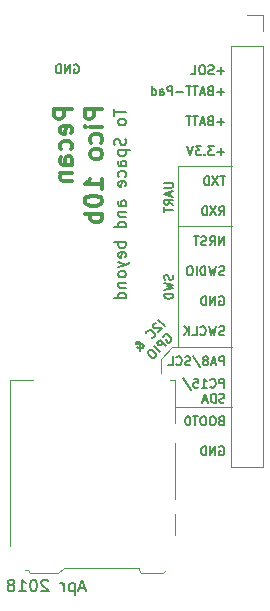
<source format=gbo>
G04 #@! TF.FileFunction,Legend,Bot*
%FSLAX46Y46*%
G04 Gerber Fmt 4.6, Leading zero omitted, Abs format (unit mm)*
G04 Created by KiCad (PCBNEW 4.0.6+dfsg1-1) date Sun Apr 29 05:14:28 2018*
%MOMM*%
%LPD*%
G01*
G04 APERTURE LIST*
%ADD10C,0.100000*%
%ADD11C,0.150000*%
%ADD12C,0.300000*%
%ADD13C,0.200000*%
%ADD14C,0.120000*%
G04 APERTURE END LIST*
D10*
D11*
X66365429Y-81511571D02*
X65794000Y-81511571D01*
X66079714Y-81797286D02*
X66079714Y-81225857D01*
X65186858Y-81404429D02*
X65079715Y-81440143D01*
X65044000Y-81475857D01*
X65008286Y-81547286D01*
X65008286Y-81654429D01*
X65044000Y-81725857D01*
X65079715Y-81761571D01*
X65151143Y-81797286D01*
X65436858Y-81797286D01*
X65436858Y-81047286D01*
X65186858Y-81047286D01*
X65115429Y-81083000D01*
X65079715Y-81118714D01*
X65044000Y-81190143D01*
X65044000Y-81261571D01*
X65079715Y-81333000D01*
X65115429Y-81368714D01*
X65186858Y-81404429D01*
X65436858Y-81404429D01*
X64722572Y-81583000D02*
X64365429Y-81583000D01*
X64794000Y-81797286D02*
X64544000Y-81047286D01*
X64294000Y-81797286D01*
X64151143Y-81047286D02*
X63722572Y-81047286D01*
X63936858Y-81797286D02*
X63936858Y-81047286D01*
X63579714Y-81047286D02*
X63151143Y-81047286D01*
X63365429Y-81797286D02*
X63365429Y-81047286D01*
X62901143Y-81511571D02*
X62329714Y-81511571D01*
X61972572Y-81797286D02*
X61972572Y-81047286D01*
X61686857Y-81047286D01*
X61615429Y-81083000D01*
X61579714Y-81118714D01*
X61544000Y-81190143D01*
X61544000Y-81297286D01*
X61579714Y-81368714D01*
X61615429Y-81404429D01*
X61686857Y-81440143D01*
X61972572Y-81440143D01*
X60901143Y-81797286D02*
X60901143Y-81404429D01*
X60936857Y-81333000D01*
X61008286Y-81297286D01*
X61151143Y-81297286D01*
X61222572Y-81333000D01*
X60901143Y-81761571D02*
X60972572Y-81797286D01*
X61151143Y-81797286D01*
X61222572Y-81761571D01*
X61258286Y-81690143D01*
X61258286Y-81618714D01*
X61222572Y-81547286D01*
X61151143Y-81511571D01*
X60972572Y-81511571D01*
X60901143Y-81475857D01*
X60222572Y-81797286D02*
X60222572Y-81047286D01*
X60222572Y-81761571D02*
X60294001Y-81797286D01*
X60436858Y-81797286D01*
X60508286Y-81761571D01*
X60544001Y-81725857D01*
X60579715Y-81654429D01*
X60579715Y-81440143D01*
X60544001Y-81368714D01*
X60508286Y-81333000D01*
X60436858Y-81297286D01*
X60294001Y-81297286D01*
X60222572Y-81333000D01*
X61337164Y-101341097D02*
X60806834Y-100810767D01*
X60630056Y-101088559D02*
X60579549Y-101088559D01*
X60503788Y-101113813D01*
X60377519Y-101240082D01*
X60352264Y-101315843D01*
X60352264Y-101366351D01*
X60377518Y-101442113D01*
X60428025Y-101492620D01*
X60529041Y-101543127D01*
X61135133Y-101543128D01*
X60806833Y-101871428D01*
X60225995Y-102351250D02*
X60276502Y-102351250D01*
X60377518Y-102300743D01*
X60428026Y-102250235D01*
X60478533Y-102149219D01*
X60478533Y-102048205D01*
X60453280Y-101972442D01*
X60377518Y-101846174D01*
X60301757Y-101770412D01*
X60175488Y-101694650D01*
X60099726Y-101669398D01*
X59998711Y-101669397D01*
X59897696Y-101719905D01*
X59847188Y-101770413D01*
X59796680Y-101871428D01*
X59796680Y-101921935D01*
X59215843Y-103462418D02*
X59241096Y-103437165D01*
X59266350Y-103361402D01*
X59266350Y-103209881D01*
X59241096Y-102932088D01*
X59215842Y-102805819D01*
X59165335Y-102704803D01*
X59114828Y-102654296D01*
X59039065Y-102629043D01*
X58963305Y-102654296D01*
X58938051Y-102679550D01*
X58912797Y-102755311D01*
X58938051Y-102831073D01*
X58963305Y-102856326D01*
X59039065Y-102881580D01*
X59089573Y-102881581D01*
X59342112Y-102831073D01*
X59392619Y-102831073D01*
X59468381Y-102856326D01*
X59544143Y-102932088D01*
X59569395Y-103007850D01*
X59569395Y-103058357D01*
X59544142Y-103134119D01*
X59468381Y-103209880D01*
X59392619Y-103235133D01*
X59342112Y-103235133D01*
X59165335Y-103209880D01*
X59064320Y-103159372D01*
X59013812Y-103108865D01*
X61215944Y-102255286D02*
X61241199Y-102179524D01*
X61316960Y-102103762D01*
X61417975Y-102053255D01*
X61518991Y-102053255D01*
X61594752Y-102078508D01*
X61721021Y-102154270D01*
X61796782Y-102230031D01*
X61872544Y-102356300D01*
X61897798Y-102432062D01*
X61897798Y-102533077D01*
X61847290Y-102634093D01*
X61796782Y-102684601D01*
X61695766Y-102735108D01*
X61645259Y-102735108D01*
X61468483Y-102558331D01*
X61569498Y-102457316D01*
X61468483Y-103012900D02*
X60938153Y-102482569D01*
X60736122Y-102684601D01*
X60710869Y-102760361D01*
X60710868Y-102810869D01*
X60736122Y-102886631D01*
X60811884Y-102962392D01*
X60887645Y-102987646D01*
X60938153Y-102987646D01*
X61013914Y-102962392D01*
X61215945Y-102760361D01*
X60938153Y-103543230D02*
X60407823Y-103012900D01*
X60054269Y-103366454D02*
X59953254Y-103467469D01*
X59928000Y-103543230D01*
X59928000Y-103644246D01*
X60003762Y-103770514D01*
X60180538Y-103947291D01*
X60306807Y-104023053D01*
X60407822Y-104023052D01*
X60483584Y-103997799D01*
X60584599Y-103896784D01*
X60609853Y-103821022D01*
X60609853Y-103720006D01*
X60534092Y-103593738D01*
X60357315Y-103416961D01*
X60231046Y-103341199D01*
X60130031Y-103341199D01*
X60054269Y-103366454D01*
D10*
X61000000Y-104100000D02*
X61000000Y-105300000D01*
X67000000Y-108200000D02*
X62300000Y-108200000D01*
X62000000Y-103100000D02*
X61000000Y-104100000D01*
X62500000Y-103100000D02*
X62000000Y-103100000D01*
D11*
X62003571Y-96982143D02*
X62039286Y-97089286D01*
X62039286Y-97267857D01*
X62003571Y-97339286D01*
X61967857Y-97375000D01*
X61896429Y-97410715D01*
X61825000Y-97410715D01*
X61753571Y-97375000D01*
X61717857Y-97339286D01*
X61682143Y-97267857D01*
X61646429Y-97125000D01*
X61610714Y-97053572D01*
X61575000Y-97017857D01*
X61503571Y-96982143D01*
X61432143Y-96982143D01*
X61360714Y-97017857D01*
X61325000Y-97053572D01*
X61289286Y-97125000D01*
X61289286Y-97303572D01*
X61325000Y-97410715D01*
X61289286Y-97660715D02*
X62039286Y-97839286D01*
X61503571Y-97982143D01*
X62039286Y-98125001D01*
X61289286Y-98303572D01*
X62039286Y-98589286D02*
X61289286Y-98589286D01*
X61289286Y-98767858D01*
X61325000Y-98875001D01*
X61396429Y-98946429D01*
X61467857Y-98982144D01*
X61610714Y-99017858D01*
X61717857Y-99017858D01*
X61860714Y-98982144D01*
X61932143Y-98946429D01*
X62003571Y-98875001D01*
X62039286Y-98767858D01*
X62039286Y-98589286D01*
D10*
X62500000Y-103100000D02*
X62500000Y-87800000D01*
X67000000Y-103100000D02*
X62500000Y-103100000D01*
X62500000Y-87800000D02*
X67000000Y-87800000D01*
X67000000Y-92900000D02*
X62500000Y-92900000D01*
D11*
X61289286Y-89203571D02*
X61896429Y-89203571D01*
X61967857Y-89239286D01*
X62003571Y-89275000D01*
X62039286Y-89346429D01*
X62039286Y-89489286D01*
X62003571Y-89560714D01*
X61967857Y-89596429D01*
X61896429Y-89632143D01*
X61289286Y-89632143D01*
X61825000Y-89953571D02*
X61825000Y-90310714D01*
X62039286Y-89882143D02*
X61289286Y-90132143D01*
X62039286Y-90382143D01*
X62039286Y-91060714D02*
X61682143Y-90810714D01*
X62039286Y-90632142D02*
X61289286Y-90632142D01*
X61289286Y-90917857D01*
X61325000Y-90989285D01*
X61360714Y-91025000D01*
X61432143Y-91060714D01*
X61539286Y-91060714D01*
X61610714Y-91025000D01*
X61646429Y-90989285D01*
X61682143Y-90917857D01*
X61682143Y-90632142D01*
X61289286Y-91275000D02*
X61289286Y-91703571D01*
X62039286Y-91489285D02*
X61289286Y-91489285D01*
X65972571Y-111563000D02*
X66044000Y-111527286D01*
X66151143Y-111527286D01*
X66258286Y-111563000D01*
X66329714Y-111634429D01*
X66365429Y-111705857D01*
X66401143Y-111848714D01*
X66401143Y-111955857D01*
X66365429Y-112098714D01*
X66329714Y-112170143D01*
X66258286Y-112241571D01*
X66151143Y-112277286D01*
X66079714Y-112277286D01*
X65972571Y-112241571D01*
X65936857Y-112205857D01*
X65936857Y-111955857D01*
X66079714Y-111955857D01*
X65615429Y-112277286D02*
X65615429Y-111527286D01*
X65186857Y-112277286D01*
X65186857Y-111527286D01*
X64829715Y-112277286D02*
X64829715Y-111527286D01*
X64651143Y-111527286D01*
X64544000Y-111563000D01*
X64472572Y-111634429D01*
X64436857Y-111705857D01*
X64401143Y-111848714D01*
X64401143Y-111955857D01*
X64436857Y-112098714D01*
X64472572Y-112170143D01*
X64544000Y-112241571D01*
X64651143Y-112277286D01*
X64829715Y-112277286D01*
X66115429Y-109344429D02*
X66008286Y-109380143D01*
X65972571Y-109415857D01*
X65936857Y-109487286D01*
X65936857Y-109594429D01*
X65972571Y-109665857D01*
X66008286Y-109701571D01*
X66079714Y-109737286D01*
X66365429Y-109737286D01*
X66365429Y-108987286D01*
X66115429Y-108987286D01*
X66044000Y-109023000D01*
X66008286Y-109058714D01*
X65972571Y-109130143D01*
X65972571Y-109201571D01*
X66008286Y-109273000D01*
X66044000Y-109308714D01*
X66115429Y-109344429D01*
X66365429Y-109344429D01*
X65472571Y-108987286D02*
X65329714Y-108987286D01*
X65258286Y-109023000D01*
X65186857Y-109094429D01*
X65151143Y-109237286D01*
X65151143Y-109487286D01*
X65186857Y-109630143D01*
X65258286Y-109701571D01*
X65329714Y-109737286D01*
X65472571Y-109737286D01*
X65544000Y-109701571D01*
X65615429Y-109630143D01*
X65651143Y-109487286D01*
X65651143Y-109237286D01*
X65615429Y-109094429D01*
X65544000Y-109023000D01*
X65472571Y-108987286D01*
X64686857Y-108987286D02*
X64544000Y-108987286D01*
X64472572Y-109023000D01*
X64401143Y-109094429D01*
X64365429Y-109237286D01*
X64365429Y-109487286D01*
X64401143Y-109630143D01*
X64472572Y-109701571D01*
X64544000Y-109737286D01*
X64686857Y-109737286D01*
X64758286Y-109701571D01*
X64829715Y-109630143D01*
X64865429Y-109487286D01*
X64865429Y-109237286D01*
X64829715Y-109094429D01*
X64758286Y-109023000D01*
X64686857Y-108987286D01*
X64151143Y-108987286D02*
X63722572Y-108987286D01*
X63936858Y-109737286D02*
X63936858Y-108987286D01*
X63329714Y-108987286D02*
X63258286Y-108987286D01*
X63186857Y-109023000D01*
X63151143Y-109058714D01*
X63115429Y-109130143D01*
X63079714Y-109273000D01*
X63079714Y-109451571D01*
X63115429Y-109594429D01*
X63151143Y-109665857D01*
X63186857Y-109701571D01*
X63258286Y-109737286D01*
X63329714Y-109737286D01*
X63401143Y-109701571D01*
X63436857Y-109665857D01*
X63472572Y-109594429D01*
X63508286Y-109451571D01*
X63508286Y-109273000D01*
X63472572Y-109130143D01*
X63436857Y-109058714D01*
X63401143Y-109023000D01*
X63329714Y-108987286D01*
X66365429Y-106559786D02*
X66365429Y-105809786D01*
X66079714Y-105809786D01*
X66008286Y-105845500D01*
X65972571Y-105881214D01*
X65936857Y-105952643D01*
X65936857Y-106059786D01*
X65972571Y-106131214D01*
X66008286Y-106166929D01*
X66079714Y-106202643D01*
X66365429Y-106202643D01*
X65186857Y-106488357D02*
X65222571Y-106524071D01*
X65329714Y-106559786D01*
X65401143Y-106559786D01*
X65508286Y-106524071D01*
X65579714Y-106452643D01*
X65615429Y-106381214D01*
X65651143Y-106238357D01*
X65651143Y-106131214D01*
X65615429Y-105988357D01*
X65579714Y-105916929D01*
X65508286Y-105845500D01*
X65401143Y-105809786D01*
X65329714Y-105809786D01*
X65222571Y-105845500D01*
X65186857Y-105881214D01*
X64472571Y-106559786D02*
X64901143Y-106559786D01*
X64686857Y-106559786D02*
X64686857Y-105809786D01*
X64758286Y-105916929D01*
X64829714Y-105988357D01*
X64901143Y-106024071D01*
X63794000Y-105809786D02*
X64151143Y-105809786D01*
X64186857Y-106166929D01*
X64151143Y-106131214D01*
X64079714Y-106095500D01*
X63901143Y-106095500D01*
X63829714Y-106131214D01*
X63794000Y-106166929D01*
X63758285Y-106238357D01*
X63758285Y-106416929D01*
X63794000Y-106488357D01*
X63829714Y-106524071D01*
X63901143Y-106559786D01*
X64079714Y-106559786D01*
X64151143Y-106524071D01*
X64186857Y-106488357D01*
X62901142Y-105774071D02*
X63543999Y-106738357D01*
X66401143Y-107799071D02*
X66294000Y-107834786D01*
X66115429Y-107834786D01*
X66044000Y-107799071D01*
X66008286Y-107763357D01*
X65972571Y-107691929D01*
X65972571Y-107620500D01*
X66008286Y-107549071D01*
X66044000Y-107513357D01*
X66115429Y-107477643D01*
X66258286Y-107441929D01*
X66329714Y-107406214D01*
X66365429Y-107370500D01*
X66401143Y-107299071D01*
X66401143Y-107227643D01*
X66365429Y-107156214D01*
X66329714Y-107120500D01*
X66258286Y-107084786D01*
X66079714Y-107084786D01*
X65972571Y-107120500D01*
X65651143Y-107834786D02*
X65651143Y-107084786D01*
X65472571Y-107084786D01*
X65365428Y-107120500D01*
X65294000Y-107191929D01*
X65258285Y-107263357D01*
X65222571Y-107406214D01*
X65222571Y-107513357D01*
X65258285Y-107656214D01*
X65294000Y-107727643D01*
X65365428Y-107799071D01*
X65472571Y-107834786D01*
X65651143Y-107834786D01*
X64936857Y-107620500D02*
X64579714Y-107620500D01*
X65008285Y-107834786D02*
X64758285Y-107084786D01*
X64508285Y-107834786D01*
X66365429Y-104657286D02*
X66365429Y-103907286D01*
X66079714Y-103907286D01*
X66008286Y-103943000D01*
X65972571Y-103978714D01*
X65936857Y-104050143D01*
X65936857Y-104157286D01*
X65972571Y-104228714D01*
X66008286Y-104264429D01*
X66079714Y-104300143D01*
X66365429Y-104300143D01*
X65651143Y-104443000D02*
X65294000Y-104443000D01*
X65722571Y-104657286D02*
X65472571Y-103907286D01*
X65222571Y-104657286D01*
X64865429Y-104228714D02*
X64936857Y-104193000D01*
X64972572Y-104157286D01*
X65008286Y-104085857D01*
X65008286Y-104050143D01*
X64972572Y-103978714D01*
X64936857Y-103943000D01*
X64865429Y-103907286D01*
X64722572Y-103907286D01*
X64651143Y-103943000D01*
X64615429Y-103978714D01*
X64579714Y-104050143D01*
X64579714Y-104085857D01*
X64615429Y-104157286D01*
X64651143Y-104193000D01*
X64722572Y-104228714D01*
X64865429Y-104228714D01*
X64936857Y-104264429D01*
X64972572Y-104300143D01*
X65008286Y-104371571D01*
X65008286Y-104514429D01*
X64972572Y-104585857D01*
X64936857Y-104621571D01*
X64865429Y-104657286D01*
X64722572Y-104657286D01*
X64651143Y-104621571D01*
X64615429Y-104585857D01*
X64579714Y-104514429D01*
X64579714Y-104371571D01*
X64615429Y-104300143D01*
X64651143Y-104264429D01*
X64722572Y-104228714D01*
X63722571Y-103871571D02*
X64365428Y-104835857D01*
X63508286Y-104621571D02*
X63401143Y-104657286D01*
X63222572Y-104657286D01*
X63151143Y-104621571D01*
X63115429Y-104585857D01*
X63079714Y-104514429D01*
X63079714Y-104443000D01*
X63115429Y-104371571D01*
X63151143Y-104335857D01*
X63222572Y-104300143D01*
X63365429Y-104264429D01*
X63436857Y-104228714D01*
X63472572Y-104193000D01*
X63508286Y-104121571D01*
X63508286Y-104050143D01*
X63472572Y-103978714D01*
X63436857Y-103943000D01*
X63365429Y-103907286D01*
X63186857Y-103907286D01*
X63079714Y-103943000D01*
X62329714Y-104585857D02*
X62365428Y-104621571D01*
X62472571Y-104657286D01*
X62544000Y-104657286D01*
X62651143Y-104621571D01*
X62722571Y-104550143D01*
X62758286Y-104478714D01*
X62794000Y-104335857D01*
X62794000Y-104228714D01*
X62758286Y-104085857D01*
X62722571Y-104014429D01*
X62651143Y-103943000D01*
X62544000Y-103907286D01*
X62472571Y-103907286D01*
X62365428Y-103943000D01*
X62329714Y-103978714D01*
X61651143Y-104657286D02*
X62008286Y-104657286D01*
X62008286Y-103907286D01*
X66401143Y-102081571D02*
X66294000Y-102117286D01*
X66115429Y-102117286D01*
X66044000Y-102081571D01*
X66008286Y-102045857D01*
X65972571Y-101974429D01*
X65972571Y-101903000D01*
X66008286Y-101831571D01*
X66044000Y-101795857D01*
X66115429Y-101760143D01*
X66258286Y-101724429D01*
X66329714Y-101688714D01*
X66365429Y-101653000D01*
X66401143Y-101581571D01*
X66401143Y-101510143D01*
X66365429Y-101438714D01*
X66329714Y-101403000D01*
X66258286Y-101367286D01*
X66079714Y-101367286D01*
X65972571Y-101403000D01*
X65722571Y-101367286D02*
X65544000Y-102117286D01*
X65401143Y-101581571D01*
X65258285Y-102117286D01*
X65079714Y-101367286D01*
X64365428Y-102045857D02*
X64401142Y-102081571D01*
X64508285Y-102117286D01*
X64579714Y-102117286D01*
X64686857Y-102081571D01*
X64758285Y-102010143D01*
X64794000Y-101938714D01*
X64829714Y-101795857D01*
X64829714Y-101688714D01*
X64794000Y-101545857D01*
X64758285Y-101474429D01*
X64686857Y-101403000D01*
X64579714Y-101367286D01*
X64508285Y-101367286D01*
X64401142Y-101403000D01*
X64365428Y-101438714D01*
X63686857Y-102117286D02*
X64044000Y-102117286D01*
X64044000Y-101367286D01*
X63436857Y-102117286D02*
X63436857Y-101367286D01*
X63008285Y-102117286D02*
X63329714Y-101688714D01*
X63008285Y-101367286D02*
X63436857Y-101795857D01*
X65972571Y-98863000D02*
X66044000Y-98827286D01*
X66151143Y-98827286D01*
X66258286Y-98863000D01*
X66329714Y-98934429D01*
X66365429Y-99005857D01*
X66401143Y-99148714D01*
X66401143Y-99255857D01*
X66365429Y-99398714D01*
X66329714Y-99470143D01*
X66258286Y-99541571D01*
X66151143Y-99577286D01*
X66079714Y-99577286D01*
X65972571Y-99541571D01*
X65936857Y-99505857D01*
X65936857Y-99255857D01*
X66079714Y-99255857D01*
X65615429Y-99577286D02*
X65615429Y-98827286D01*
X65186857Y-99577286D01*
X65186857Y-98827286D01*
X64829715Y-99577286D02*
X64829715Y-98827286D01*
X64651143Y-98827286D01*
X64544000Y-98863000D01*
X64472572Y-98934429D01*
X64436857Y-99005857D01*
X64401143Y-99148714D01*
X64401143Y-99255857D01*
X64436857Y-99398714D01*
X64472572Y-99470143D01*
X64544000Y-99541571D01*
X64651143Y-99577286D01*
X64829715Y-99577286D01*
X66401143Y-97001571D02*
X66294000Y-97037286D01*
X66115429Y-97037286D01*
X66044000Y-97001571D01*
X66008286Y-96965857D01*
X65972571Y-96894429D01*
X65972571Y-96823000D01*
X66008286Y-96751571D01*
X66044000Y-96715857D01*
X66115429Y-96680143D01*
X66258286Y-96644429D01*
X66329714Y-96608714D01*
X66365429Y-96573000D01*
X66401143Y-96501571D01*
X66401143Y-96430143D01*
X66365429Y-96358714D01*
X66329714Y-96323000D01*
X66258286Y-96287286D01*
X66079714Y-96287286D01*
X65972571Y-96323000D01*
X65722571Y-96287286D02*
X65544000Y-97037286D01*
X65401143Y-96501571D01*
X65258285Y-97037286D01*
X65079714Y-96287286D01*
X64794000Y-97037286D02*
X64794000Y-96287286D01*
X64615428Y-96287286D01*
X64508285Y-96323000D01*
X64436857Y-96394429D01*
X64401142Y-96465857D01*
X64365428Y-96608714D01*
X64365428Y-96715857D01*
X64401142Y-96858714D01*
X64436857Y-96930143D01*
X64508285Y-97001571D01*
X64615428Y-97037286D01*
X64794000Y-97037286D01*
X64044000Y-97037286D02*
X64044000Y-96287286D01*
X63543999Y-96287286D02*
X63401142Y-96287286D01*
X63329714Y-96323000D01*
X63258285Y-96394429D01*
X63222571Y-96537286D01*
X63222571Y-96787286D01*
X63258285Y-96930143D01*
X63329714Y-97001571D01*
X63401142Y-97037286D01*
X63543999Y-97037286D01*
X63615428Y-97001571D01*
X63686857Y-96930143D01*
X63722571Y-96787286D01*
X63722571Y-96537286D01*
X63686857Y-96394429D01*
X63615428Y-96323000D01*
X63543999Y-96287286D01*
X66365429Y-94497286D02*
X66365429Y-93747286D01*
X65936857Y-94497286D01*
X65936857Y-93747286D01*
X65151143Y-94497286D02*
X65401143Y-94140143D01*
X65579715Y-94497286D02*
X65579715Y-93747286D01*
X65294000Y-93747286D01*
X65222572Y-93783000D01*
X65186857Y-93818714D01*
X65151143Y-93890143D01*
X65151143Y-93997286D01*
X65186857Y-94068714D01*
X65222572Y-94104429D01*
X65294000Y-94140143D01*
X65579715Y-94140143D01*
X64865429Y-94461571D02*
X64758286Y-94497286D01*
X64579715Y-94497286D01*
X64508286Y-94461571D01*
X64472572Y-94425857D01*
X64436857Y-94354429D01*
X64436857Y-94283000D01*
X64472572Y-94211571D01*
X64508286Y-94175857D01*
X64579715Y-94140143D01*
X64722572Y-94104429D01*
X64794000Y-94068714D01*
X64829715Y-94033000D01*
X64865429Y-93961571D01*
X64865429Y-93890143D01*
X64829715Y-93818714D01*
X64794000Y-93783000D01*
X64722572Y-93747286D01*
X64544000Y-93747286D01*
X64436857Y-93783000D01*
X64222571Y-93747286D02*
X63794000Y-93747286D01*
X64008286Y-94497286D02*
X64008286Y-93747286D01*
X65936857Y-91957286D02*
X66186857Y-91600143D01*
X66365429Y-91957286D02*
X66365429Y-91207286D01*
X66079714Y-91207286D01*
X66008286Y-91243000D01*
X65972571Y-91278714D01*
X65936857Y-91350143D01*
X65936857Y-91457286D01*
X65972571Y-91528714D01*
X66008286Y-91564429D01*
X66079714Y-91600143D01*
X66365429Y-91600143D01*
X65686857Y-91207286D02*
X65186857Y-91957286D01*
X65186857Y-91207286D02*
X65686857Y-91957286D01*
X64901143Y-91957286D02*
X64901143Y-91207286D01*
X64722571Y-91207286D01*
X64615428Y-91243000D01*
X64544000Y-91314429D01*
X64508285Y-91385857D01*
X64472571Y-91528714D01*
X64472571Y-91635857D01*
X64508285Y-91778714D01*
X64544000Y-91850143D01*
X64615428Y-91921571D01*
X64722571Y-91957286D01*
X64901143Y-91957286D01*
X66472571Y-88667286D02*
X66044000Y-88667286D01*
X66258286Y-89417286D02*
X66258286Y-88667286D01*
X65865428Y-88667286D02*
X65365428Y-89417286D01*
X65365428Y-88667286D02*
X65865428Y-89417286D01*
X65079714Y-89417286D02*
X65079714Y-88667286D01*
X64901142Y-88667286D01*
X64793999Y-88703000D01*
X64722571Y-88774429D01*
X64686856Y-88845857D01*
X64651142Y-88988714D01*
X64651142Y-89095857D01*
X64686856Y-89238714D01*
X64722571Y-89310143D01*
X64793999Y-89381571D01*
X64901142Y-89417286D01*
X65079714Y-89417286D01*
X66365429Y-86591571D02*
X65794000Y-86591571D01*
X66079714Y-86877286D02*
X66079714Y-86305857D01*
X65508286Y-86127286D02*
X65044000Y-86127286D01*
X65294000Y-86413000D01*
X65186858Y-86413000D01*
X65115429Y-86448714D01*
X65079715Y-86484429D01*
X65044000Y-86555857D01*
X65044000Y-86734429D01*
X65079715Y-86805857D01*
X65115429Y-86841571D01*
X65186858Y-86877286D01*
X65401143Y-86877286D01*
X65472572Y-86841571D01*
X65508286Y-86805857D01*
X64722572Y-86805857D02*
X64686857Y-86841571D01*
X64722572Y-86877286D01*
X64758286Y-86841571D01*
X64722572Y-86805857D01*
X64722572Y-86877286D01*
X64436857Y-86127286D02*
X63972571Y-86127286D01*
X64222571Y-86413000D01*
X64115429Y-86413000D01*
X64044000Y-86448714D01*
X64008286Y-86484429D01*
X63972571Y-86555857D01*
X63972571Y-86734429D01*
X64008286Y-86805857D01*
X64044000Y-86841571D01*
X64115429Y-86877286D01*
X64329714Y-86877286D01*
X64401143Y-86841571D01*
X64436857Y-86805857D01*
X63758285Y-86127286D02*
X63508285Y-86877286D01*
X63258285Y-86127286D01*
X66365429Y-79733571D02*
X65794000Y-79733571D01*
X66079714Y-80019286D02*
X66079714Y-79447857D01*
X65472572Y-79983571D02*
X65365429Y-80019286D01*
X65186858Y-80019286D01*
X65115429Y-79983571D01*
X65079715Y-79947857D01*
X65044000Y-79876429D01*
X65044000Y-79805000D01*
X65079715Y-79733571D01*
X65115429Y-79697857D01*
X65186858Y-79662143D01*
X65329715Y-79626429D01*
X65401143Y-79590714D01*
X65436858Y-79555000D01*
X65472572Y-79483571D01*
X65472572Y-79412143D01*
X65436858Y-79340714D01*
X65401143Y-79305000D01*
X65329715Y-79269286D01*
X65151143Y-79269286D01*
X65044000Y-79305000D01*
X64579714Y-79269286D02*
X64436857Y-79269286D01*
X64365429Y-79305000D01*
X64294000Y-79376429D01*
X64258286Y-79519286D01*
X64258286Y-79769286D01*
X64294000Y-79912143D01*
X64365429Y-79983571D01*
X64436857Y-80019286D01*
X64579714Y-80019286D01*
X64651143Y-79983571D01*
X64722572Y-79912143D01*
X64758286Y-79769286D01*
X64758286Y-79519286D01*
X64722572Y-79376429D01*
X64651143Y-79305000D01*
X64579714Y-79269286D01*
X63579715Y-80019286D02*
X63936858Y-80019286D01*
X63936858Y-79269286D01*
X66365429Y-84051571D02*
X65794000Y-84051571D01*
X66079714Y-84337286D02*
X66079714Y-83765857D01*
X65186858Y-83944429D02*
X65079715Y-83980143D01*
X65044000Y-84015857D01*
X65008286Y-84087286D01*
X65008286Y-84194429D01*
X65044000Y-84265857D01*
X65079715Y-84301571D01*
X65151143Y-84337286D01*
X65436858Y-84337286D01*
X65436858Y-83587286D01*
X65186858Y-83587286D01*
X65115429Y-83623000D01*
X65079715Y-83658714D01*
X65044000Y-83730143D01*
X65044000Y-83801571D01*
X65079715Y-83873000D01*
X65115429Y-83908714D01*
X65186858Y-83944429D01*
X65436858Y-83944429D01*
X64722572Y-84123000D02*
X64365429Y-84123000D01*
X64794000Y-84337286D02*
X64544000Y-83587286D01*
X64294000Y-84337286D01*
X64151143Y-83587286D02*
X63722572Y-83587286D01*
X63936858Y-84337286D02*
X63936858Y-83587286D01*
X63579714Y-83587286D02*
X63151143Y-83587286D01*
X63365429Y-84337286D02*
X63365429Y-83587286D01*
X53671428Y-79225000D02*
X53742857Y-79189286D01*
X53850000Y-79189286D01*
X53957143Y-79225000D01*
X54028571Y-79296429D01*
X54064286Y-79367857D01*
X54100000Y-79510714D01*
X54100000Y-79617857D01*
X54064286Y-79760714D01*
X54028571Y-79832143D01*
X53957143Y-79903571D01*
X53850000Y-79939286D01*
X53778571Y-79939286D01*
X53671428Y-79903571D01*
X53635714Y-79867857D01*
X53635714Y-79617857D01*
X53778571Y-79617857D01*
X53314286Y-79939286D02*
X53314286Y-79189286D01*
X52885714Y-79939286D01*
X52885714Y-79189286D01*
X52528572Y-79939286D02*
X52528572Y-79189286D01*
X52350000Y-79189286D01*
X52242857Y-79225000D01*
X52171429Y-79296429D01*
X52135714Y-79367857D01*
X52100000Y-79510714D01*
X52100000Y-79617857D01*
X52135714Y-79760714D01*
X52171429Y-79832143D01*
X52242857Y-79903571D01*
X52350000Y-79939286D01*
X52528572Y-79939286D01*
D12*
X53503571Y-82957143D02*
X52003571Y-82957143D01*
X52003571Y-83528571D01*
X52075000Y-83671429D01*
X52146429Y-83742857D01*
X52289286Y-83814286D01*
X52503571Y-83814286D01*
X52646429Y-83742857D01*
X52717857Y-83671429D01*
X52789286Y-83528571D01*
X52789286Y-82957143D01*
X53432143Y-85028571D02*
X53503571Y-84885714D01*
X53503571Y-84600000D01*
X53432143Y-84457143D01*
X53289286Y-84385714D01*
X52717857Y-84385714D01*
X52575000Y-84457143D01*
X52503571Y-84600000D01*
X52503571Y-84885714D01*
X52575000Y-85028571D01*
X52717857Y-85100000D01*
X52860714Y-85100000D01*
X53003571Y-84385714D01*
X53432143Y-86385714D02*
X53503571Y-86242857D01*
X53503571Y-85957143D01*
X53432143Y-85814285D01*
X53360714Y-85742857D01*
X53217857Y-85671428D01*
X52789286Y-85671428D01*
X52646429Y-85742857D01*
X52575000Y-85814285D01*
X52503571Y-85957143D01*
X52503571Y-86242857D01*
X52575000Y-86385714D01*
X53503571Y-87671428D02*
X52717857Y-87671428D01*
X52575000Y-87599999D01*
X52503571Y-87457142D01*
X52503571Y-87171428D01*
X52575000Y-87028571D01*
X53432143Y-87671428D02*
X53503571Y-87528571D01*
X53503571Y-87171428D01*
X53432143Y-87028571D01*
X53289286Y-86957142D01*
X53146429Y-86957142D01*
X53003571Y-87028571D01*
X52932143Y-87171428D01*
X52932143Y-87528571D01*
X52860714Y-87671428D01*
X52503571Y-88385714D02*
X53503571Y-88385714D01*
X52646429Y-88385714D02*
X52575000Y-88457142D01*
X52503571Y-88600000D01*
X52503571Y-88814285D01*
X52575000Y-88957142D01*
X52717857Y-89028571D01*
X53503571Y-89028571D01*
X56053571Y-82957143D02*
X54553571Y-82957143D01*
X54553571Y-83528571D01*
X54625000Y-83671429D01*
X54696429Y-83742857D01*
X54839286Y-83814286D01*
X55053571Y-83814286D01*
X55196429Y-83742857D01*
X55267857Y-83671429D01*
X55339286Y-83528571D01*
X55339286Y-82957143D01*
X56053571Y-84457143D02*
X55053571Y-84457143D01*
X54553571Y-84457143D02*
X54625000Y-84385714D01*
X54696429Y-84457143D01*
X54625000Y-84528571D01*
X54553571Y-84457143D01*
X54696429Y-84457143D01*
X55982143Y-85814286D02*
X56053571Y-85671429D01*
X56053571Y-85385715D01*
X55982143Y-85242857D01*
X55910714Y-85171429D01*
X55767857Y-85100000D01*
X55339286Y-85100000D01*
X55196429Y-85171429D01*
X55125000Y-85242857D01*
X55053571Y-85385715D01*
X55053571Y-85671429D01*
X55125000Y-85814286D01*
X56053571Y-86671429D02*
X55982143Y-86528571D01*
X55910714Y-86457143D01*
X55767857Y-86385714D01*
X55339286Y-86385714D01*
X55196429Y-86457143D01*
X55125000Y-86528571D01*
X55053571Y-86671429D01*
X55053571Y-86885714D01*
X55125000Y-87028571D01*
X55196429Y-87100000D01*
X55339286Y-87171429D01*
X55767857Y-87171429D01*
X55910714Y-87100000D01*
X55982143Y-87028571D01*
X56053571Y-86885714D01*
X56053571Y-86671429D01*
X56053571Y-89742857D02*
X56053571Y-88885714D01*
X56053571Y-89314286D02*
X54553571Y-89314286D01*
X54767857Y-89171429D01*
X54910714Y-89028571D01*
X54982143Y-88885714D01*
X54553571Y-90671428D02*
X54553571Y-90814285D01*
X54625000Y-90957142D01*
X54696429Y-91028571D01*
X54839286Y-91100000D01*
X55125000Y-91171428D01*
X55482143Y-91171428D01*
X55767857Y-91100000D01*
X55910714Y-91028571D01*
X55982143Y-90957142D01*
X56053571Y-90814285D01*
X56053571Y-90671428D01*
X55982143Y-90528571D01*
X55910714Y-90457142D01*
X55767857Y-90385714D01*
X55482143Y-90314285D01*
X55125000Y-90314285D01*
X54839286Y-90385714D01*
X54696429Y-90457142D01*
X54625000Y-90528571D01*
X54553571Y-90671428D01*
X56053571Y-91814285D02*
X54553571Y-91814285D01*
X55125000Y-91814285D02*
X55053571Y-91957142D01*
X55053571Y-92242856D01*
X55125000Y-92385713D01*
X55196429Y-92457142D01*
X55339286Y-92528571D01*
X55767857Y-92528571D01*
X55910714Y-92457142D01*
X55982143Y-92385713D01*
X56053571Y-92242856D01*
X56053571Y-91957142D01*
X55982143Y-91814285D01*
D13*
X54611906Y-123516667D02*
X54135715Y-123516667D01*
X54707144Y-123802381D02*
X54373811Y-122802381D01*
X54040477Y-123802381D01*
X53707144Y-123135714D02*
X53707144Y-124135714D01*
X53707144Y-123183333D02*
X53611906Y-123135714D01*
X53421429Y-123135714D01*
X53326191Y-123183333D01*
X53278572Y-123230952D01*
X53230953Y-123326190D01*
X53230953Y-123611905D01*
X53278572Y-123707143D01*
X53326191Y-123754762D01*
X53421429Y-123802381D01*
X53611906Y-123802381D01*
X53707144Y-123754762D01*
X52802382Y-123802381D02*
X52802382Y-123135714D01*
X52802382Y-123326190D02*
X52754763Y-123230952D01*
X52707144Y-123183333D01*
X52611906Y-123135714D01*
X52516667Y-123135714D01*
X51469048Y-122897619D02*
X51421429Y-122850000D01*
X51326191Y-122802381D01*
X51088095Y-122802381D01*
X50992857Y-122850000D01*
X50945238Y-122897619D01*
X50897619Y-122992857D01*
X50897619Y-123088095D01*
X50945238Y-123230952D01*
X51516667Y-123802381D01*
X50897619Y-123802381D01*
X50278572Y-122802381D02*
X50183333Y-122802381D01*
X50088095Y-122850000D01*
X50040476Y-122897619D01*
X49992857Y-122992857D01*
X49945238Y-123183333D01*
X49945238Y-123421429D01*
X49992857Y-123611905D01*
X50040476Y-123707143D01*
X50088095Y-123754762D01*
X50183333Y-123802381D01*
X50278572Y-123802381D01*
X50373810Y-123754762D01*
X50421429Y-123707143D01*
X50469048Y-123611905D01*
X50516667Y-123421429D01*
X50516667Y-123183333D01*
X50469048Y-122992857D01*
X50421429Y-122897619D01*
X50373810Y-122850000D01*
X50278572Y-122802381D01*
X48992857Y-123802381D02*
X49564286Y-123802381D01*
X49278572Y-123802381D02*
X49278572Y-122802381D01*
X49373810Y-122945238D01*
X49469048Y-123040476D01*
X49564286Y-123088095D01*
X48421429Y-123230952D02*
X48516667Y-123183333D01*
X48564286Y-123135714D01*
X48611905Y-123040476D01*
X48611905Y-122992857D01*
X48564286Y-122897619D01*
X48516667Y-122850000D01*
X48421429Y-122802381D01*
X48230952Y-122802381D01*
X48135714Y-122850000D01*
X48088095Y-122897619D01*
X48040476Y-122992857D01*
X48040476Y-123040476D01*
X48088095Y-123135714D01*
X48135714Y-123183333D01*
X48230952Y-123230952D01*
X48421429Y-123230952D01*
X48516667Y-123278571D01*
X48564286Y-123326190D01*
X48611905Y-123421429D01*
X48611905Y-123611905D01*
X48564286Y-123707143D01*
X48516667Y-123754762D01*
X48421429Y-123802381D01*
X48230952Y-123802381D01*
X48135714Y-123754762D01*
X48088095Y-123707143D01*
X48040476Y-123611905D01*
X48040476Y-123421429D01*
X48088095Y-123326190D01*
X48135714Y-123278571D01*
X48230952Y-123230952D01*
X57052381Y-82945238D02*
X57052381Y-83516667D01*
X58052381Y-83230952D02*
X57052381Y-83230952D01*
X58052381Y-83992857D02*
X58004762Y-83897619D01*
X57957143Y-83850000D01*
X57861905Y-83802381D01*
X57576190Y-83802381D01*
X57480952Y-83850000D01*
X57433333Y-83897619D01*
X57385714Y-83992857D01*
X57385714Y-84135715D01*
X57433333Y-84230953D01*
X57480952Y-84278572D01*
X57576190Y-84326191D01*
X57861905Y-84326191D01*
X57957143Y-84278572D01*
X58004762Y-84230953D01*
X58052381Y-84135715D01*
X58052381Y-83992857D01*
X58004762Y-85469048D02*
X58052381Y-85611905D01*
X58052381Y-85850001D01*
X58004762Y-85945239D01*
X57957143Y-85992858D01*
X57861905Y-86040477D01*
X57766667Y-86040477D01*
X57671429Y-85992858D01*
X57623810Y-85945239D01*
X57576190Y-85850001D01*
X57528571Y-85659524D01*
X57480952Y-85564286D01*
X57433333Y-85516667D01*
X57338095Y-85469048D01*
X57242857Y-85469048D01*
X57147619Y-85516667D01*
X57100000Y-85564286D01*
X57052381Y-85659524D01*
X57052381Y-85897620D01*
X57100000Y-86040477D01*
X57385714Y-86469048D02*
X58385714Y-86469048D01*
X57433333Y-86469048D02*
X57385714Y-86564286D01*
X57385714Y-86754763D01*
X57433333Y-86850001D01*
X57480952Y-86897620D01*
X57576190Y-86945239D01*
X57861905Y-86945239D01*
X57957143Y-86897620D01*
X58004762Y-86850001D01*
X58052381Y-86754763D01*
X58052381Y-86564286D01*
X58004762Y-86469048D01*
X58052381Y-87802382D02*
X57528571Y-87802382D01*
X57433333Y-87754763D01*
X57385714Y-87659525D01*
X57385714Y-87469048D01*
X57433333Y-87373810D01*
X58004762Y-87802382D02*
X58052381Y-87707144D01*
X58052381Y-87469048D01*
X58004762Y-87373810D01*
X57909524Y-87326191D01*
X57814286Y-87326191D01*
X57719048Y-87373810D01*
X57671429Y-87469048D01*
X57671429Y-87707144D01*
X57623810Y-87802382D01*
X58004762Y-88707144D02*
X58052381Y-88611906D01*
X58052381Y-88421429D01*
X58004762Y-88326191D01*
X57957143Y-88278572D01*
X57861905Y-88230953D01*
X57576190Y-88230953D01*
X57480952Y-88278572D01*
X57433333Y-88326191D01*
X57385714Y-88421429D01*
X57385714Y-88611906D01*
X57433333Y-88707144D01*
X58004762Y-89516668D02*
X58052381Y-89421430D01*
X58052381Y-89230953D01*
X58004762Y-89135715D01*
X57909524Y-89088096D01*
X57528571Y-89088096D01*
X57433333Y-89135715D01*
X57385714Y-89230953D01*
X57385714Y-89421430D01*
X57433333Y-89516668D01*
X57528571Y-89564287D01*
X57623810Y-89564287D01*
X57719048Y-89088096D01*
X58052381Y-91183335D02*
X57528571Y-91183335D01*
X57433333Y-91135716D01*
X57385714Y-91040478D01*
X57385714Y-90850001D01*
X57433333Y-90754763D01*
X58004762Y-91183335D02*
X58052381Y-91088097D01*
X58052381Y-90850001D01*
X58004762Y-90754763D01*
X57909524Y-90707144D01*
X57814286Y-90707144D01*
X57719048Y-90754763D01*
X57671429Y-90850001D01*
X57671429Y-91088097D01*
X57623810Y-91183335D01*
X57385714Y-91659525D02*
X58052381Y-91659525D01*
X57480952Y-91659525D02*
X57433333Y-91707144D01*
X57385714Y-91802382D01*
X57385714Y-91945240D01*
X57433333Y-92040478D01*
X57528571Y-92088097D01*
X58052381Y-92088097D01*
X58052381Y-92992859D02*
X57052381Y-92992859D01*
X58004762Y-92992859D02*
X58052381Y-92897621D01*
X58052381Y-92707144D01*
X58004762Y-92611906D01*
X57957143Y-92564287D01*
X57861905Y-92516668D01*
X57576190Y-92516668D01*
X57480952Y-92564287D01*
X57433333Y-92611906D01*
X57385714Y-92707144D01*
X57385714Y-92897621D01*
X57433333Y-92992859D01*
X58052381Y-94230954D02*
X57052381Y-94230954D01*
X57433333Y-94230954D02*
X57385714Y-94326192D01*
X57385714Y-94516669D01*
X57433333Y-94611907D01*
X57480952Y-94659526D01*
X57576190Y-94707145D01*
X57861905Y-94707145D01*
X57957143Y-94659526D01*
X58004762Y-94611907D01*
X58052381Y-94516669D01*
X58052381Y-94326192D01*
X58004762Y-94230954D01*
X58004762Y-95516669D02*
X58052381Y-95421431D01*
X58052381Y-95230954D01*
X58004762Y-95135716D01*
X57909524Y-95088097D01*
X57528571Y-95088097D01*
X57433333Y-95135716D01*
X57385714Y-95230954D01*
X57385714Y-95421431D01*
X57433333Y-95516669D01*
X57528571Y-95564288D01*
X57623810Y-95564288D01*
X57719048Y-95088097D01*
X57385714Y-95897621D02*
X58052381Y-96135716D01*
X57385714Y-96373812D02*
X58052381Y-96135716D01*
X58290476Y-96040478D01*
X58338095Y-95992859D01*
X58385714Y-95897621D01*
X58052381Y-96897621D02*
X58004762Y-96802383D01*
X57957143Y-96754764D01*
X57861905Y-96707145D01*
X57576190Y-96707145D01*
X57480952Y-96754764D01*
X57433333Y-96802383D01*
X57385714Y-96897621D01*
X57385714Y-97040479D01*
X57433333Y-97135717D01*
X57480952Y-97183336D01*
X57576190Y-97230955D01*
X57861905Y-97230955D01*
X57957143Y-97183336D01*
X58004762Y-97135717D01*
X58052381Y-97040479D01*
X58052381Y-96897621D01*
X57385714Y-97659526D02*
X58052381Y-97659526D01*
X57480952Y-97659526D02*
X57433333Y-97707145D01*
X57385714Y-97802383D01*
X57385714Y-97945241D01*
X57433333Y-98040479D01*
X57528571Y-98088098D01*
X58052381Y-98088098D01*
X58052381Y-98992860D02*
X57052381Y-98992860D01*
X58004762Y-98992860D02*
X58052381Y-98897622D01*
X58052381Y-98707145D01*
X58004762Y-98611907D01*
X57957143Y-98564288D01*
X57861905Y-98516669D01*
X57576190Y-98516669D01*
X57480952Y-98564288D01*
X57433333Y-98611907D01*
X57385714Y-98707145D01*
X57385714Y-98897622D01*
X57433333Y-98992860D01*
D14*
X69652000Y-113268000D02*
X66992000Y-113268000D01*
X69652000Y-77648000D02*
X69652000Y-113268000D01*
X66992000Y-77648000D02*
X66992000Y-113268000D01*
X69652000Y-77648000D02*
X66992000Y-77648000D01*
X69652000Y-76378000D02*
X69652000Y-75048000D01*
X69652000Y-75048000D02*
X68322000Y-75048000D01*
X52270000Y-122210000D02*
X52780000Y-121860000D01*
X49760000Y-122010000D02*
X49500000Y-122010000D01*
X49960000Y-122210000D02*
X49760000Y-122010000D01*
X59360000Y-122210000D02*
X59150000Y-122010000D01*
X59150000Y-121860000D02*
X59150000Y-122010000D01*
X59150000Y-121860000D02*
X52780000Y-121860000D01*
X62250000Y-117250000D02*
X62250000Y-119050000D01*
X62250000Y-111250000D02*
X62250000Y-115950000D01*
X61220000Y-122210000D02*
X61420000Y-122010000D01*
X61220000Y-122210000D02*
X59360000Y-122210000D01*
X49960000Y-122210000D02*
X52270000Y-122210000D01*
X62250000Y-105940000D02*
X62250000Y-109550000D01*
X61800000Y-105940000D02*
X62250000Y-105940000D01*
X48280000Y-105940000D02*
X48280000Y-119950000D01*
X50200000Y-105940000D02*
X48280000Y-105940000D01*
M02*

</source>
